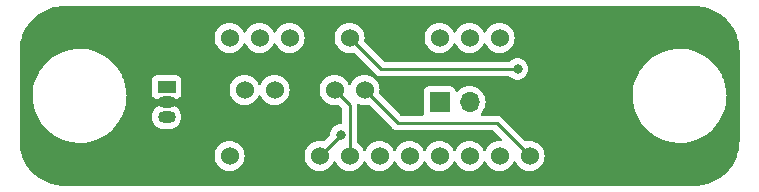
<source format=gbr>
%TF.GenerationSoftware,KiCad,Pcbnew,7.0.7*%
%TF.CreationDate,2024-03-26T15:52:03-05:00*%
%TF.ProjectId,RamanCCDBoard,52616d61-6e43-4434-9442-6f6172642e6b,rev?*%
%TF.SameCoordinates,Original*%
%TF.FileFunction,Copper,L1,Top*%
%TF.FilePolarity,Positive*%
%FSLAX46Y46*%
G04 Gerber Fmt 4.6, Leading zero omitted, Abs format (unit mm)*
G04 Created by KiCad (PCBNEW 7.0.7) date 2024-03-26 15:52:03*
%MOMM*%
%LPD*%
G01*
G04 APERTURE LIST*
%TA.AperFunction,ComponentPad*%
%ADD10C,1.524000*%
%TD*%
%TA.AperFunction,ComponentPad*%
%ADD11R,1.500000X1.050000*%
%TD*%
%TA.AperFunction,ComponentPad*%
%ADD12O,1.500000X1.050000*%
%TD*%
%TA.AperFunction,ComponentPad*%
%ADD13R,1.700000X1.700000*%
%TD*%
%TA.AperFunction,ComponentPad*%
%ADD14O,1.700000X1.700000*%
%TD*%
%TA.AperFunction,ViaPad*%
%ADD15C,0.800000*%
%TD*%
%TA.AperFunction,Conductor*%
%ADD16C,0.254000*%
%TD*%
%TA.AperFunction,Conductor*%
%ADD17C,0.250000*%
%TD*%
G04 APERTURE END LIST*
D10*
%TO.P,U1,1,Vout*%
%TO.N,BJT_Input*%
X55626000Y-32004000D03*
%TO.P,U1,2,GND*%
%TO.N,GND*%
X58166000Y-32004000D03*
%TO.P,U1,3,GND*%
X60706000Y-32004000D03*
%TO.P,U1,4,SHSW*%
%TO.N,SHSW*%
X63246000Y-32004000D03*
%TO.P,U1,5,\u00F8CLK*%
%TO.N,\u00F8CLK*%
X65786000Y-32004000D03*
%TO.P,U1,6,VDD*%
%TO.N,+5V*%
X68326000Y-32004000D03*
%TO.P,U1,7,NC*%
%TO.N,unconnected-(U1-NC-Pad7)*%
X70866000Y-32004000D03*
%TO.P,U1,8,NC*%
%TO.N,unconnected-(U1-NC-Pad8)*%
X73406000Y-32004000D03*
%TO.P,U1,9,VDD*%
%TO.N,+5V*%
X75946000Y-32004000D03*
%TO.P,U1,10,NC*%
%TO.N,unconnected-(U1-NC-Pad10)*%
X78486000Y-32004000D03*
%TO.P,U1,11,\u00F8ROG*%
%TO.N,\u00F8ROG*%
X81026000Y-32004000D03*
%TO.P,U1,12,GND*%
%TO.N,GND*%
X81026000Y-22004000D03*
%TO.P,U1,13,NC*%
%TO.N,unconnected-(U1-NC-Pad13)*%
X78486000Y-22004000D03*
%TO.P,U1,14,NC*%
%TO.N,unconnected-(U1-NC-Pad14)*%
X75946000Y-22004000D03*
%TO.P,U1,15,VDD*%
%TO.N,+5V*%
X73406000Y-22004000D03*
%TO.P,U1,16,GND*%
%TO.N,GND*%
X70866000Y-22004000D03*
%TO.P,U1,17,GND*%
X68326000Y-22004000D03*
%TO.P,U1,18,VGG*%
%TO.N,Net-(U1-VGG)*%
X65786000Y-22004000D03*
%TO.P,U1,19,GND*%
%TO.N,GND*%
X63246000Y-22004000D03*
%TO.P,U1,20,VDD*%
%TO.N,+5V*%
X60706000Y-22004000D03*
%TO.P,U1,21,VDD*%
X58166000Y-22004000D03*
%TO.P,U1,22,VDD*%
X55626000Y-22004000D03*
%TD*%
D11*
%TO.P,Q2,1,E*%
%TO.N,Vout*%
X50292000Y-26162000D03*
D12*
%TO.P,Q2,2,C*%
%TO.N,GND*%
X50292000Y-27432000D03*
%TO.P,Q2,3,B*%
%TO.N,BJT_Input*%
X50292000Y-28702000D03*
%TD*%
D10*
%TO.P,Conn1,1*%
%TO.N,Vout*%
X56896000Y-26416000D03*
%TO.P,Conn1,2*%
%TO.N,+5V*%
X59436000Y-26416000D03*
%TO.P,Conn1,3*%
%TO.N,GND*%
X61976000Y-26416000D03*
%TO.P,Conn1,4*%
%TO.N,\u00F8CLK*%
X64516000Y-26416000D03*
%TO.P,Conn1,5*%
%TO.N,\u00F8ROG*%
X67056000Y-26416000D03*
%TD*%
D13*
%TO.P,J1,1,Pin_1*%
%TO.N,+5V*%
X73406000Y-27432000D03*
D14*
%TO.P,J1,2,Pin_2*%
%TO.N,SHSW*%
X75946000Y-27432000D03*
%TO.P,J1,3,Pin_3*%
%TO.N,GND*%
X78486000Y-27432000D03*
%TD*%
D15*
%TO.N,GND*%
X67564000Y-28448000D03*
%TO.N,Net-(U1-VGG)*%
X80010000Y-24638000D03*
%TO.N,SHSW*%
X65024000Y-30226000D03*
%TD*%
D16*
%TO.N,Net-(U1-VGG)*%
X68420000Y-24638000D02*
X65786000Y-22004000D01*
X80010000Y-24638000D02*
X68420000Y-24638000D01*
%TO.N,SHSW*%
X65024000Y-30226000D02*
X63246000Y-32004000D01*
D17*
%TO.N,\u00F8CLK*%
X64516000Y-26416000D02*
X65786000Y-27686000D01*
X65786000Y-27686000D02*
X65786000Y-32004000D01*
D16*
%TO.N,\u00F8ROG*%
X78232000Y-29210000D02*
X69850000Y-29210000D01*
X81026000Y-32004000D02*
X78232000Y-29210000D01*
D17*
X67056000Y-26416000D02*
X69850000Y-29210000D01*
%TD*%
%TA.AperFunction,Conductor*%
%TO.N,GND*%
G36*
X66588824Y-27591167D02*
G01*
X66591530Y-27592429D01*
X66622543Y-27606891D01*
X66622545Y-27606891D01*
X66622550Y-27606894D01*
X66835932Y-27664070D01*
X66978011Y-27676500D01*
X67055998Y-27683323D01*
X67056000Y-27683323D01*
X67056002Y-27683323D01*
X67111017Y-27678509D01*
X67276068Y-27664070D01*
X67320022Y-27652292D01*
X67389870Y-27653955D01*
X67439796Y-27684386D01*
X69342709Y-29587299D01*
X69359722Y-29608533D01*
X69362660Y-29613162D01*
X69478233Y-29721693D01*
X69507075Y-29737549D01*
X69523330Y-29748226D01*
X69529064Y-29752674D01*
X69552336Y-29762744D01*
X69557573Y-29765311D01*
X69617166Y-29798072D01*
X69649053Y-29806259D01*
X69667458Y-29812561D01*
X69674105Y-29815438D01*
X69699132Y-29819401D01*
X69704860Y-29820587D01*
X69770728Y-29837500D01*
X69803644Y-29837500D01*
X69823039Y-29839026D01*
X69830196Y-29840160D01*
X69855425Y-29837775D01*
X69861264Y-29837500D01*
X77920719Y-29837500D01*
X77987758Y-29857185D01*
X78008400Y-29873819D01*
X78667293Y-30532712D01*
X78700778Y-30594035D01*
X78695794Y-30663727D01*
X78653922Y-30719660D01*
X78588458Y-30744077D01*
X78568805Y-30743921D01*
X78486002Y-30736677D01*
X78485998Y-30736677D01*
X78265937Y-30755929D01*
X78265929Y-30755930D01*
X78052554Y-30813104D01*
X78052548Y-30813107D01*
X77852340Y-30906465D01*
X77852338Y-30906466D01*
X77671377Y-31033175D01*
X77515175Y-31189377D01*
X77388466Y-31370338D01*
X77388465Y-31370340D01*
X77328382Y-31499189D01*
X77282209Y-31551628D01*
X77215016Y-31570780D01*
X77148135Y-31550564D01*
X77103618Y-31499189D01*
X77043534Y-31370340D01*
X77043533Y-31370338D01*
X76992488Y-31297438D01*
X76916826Y-31189380D01*
X76760620Y-31033174D01*
X76760616Y-31033171D01*
X76760615Y-31033170D01*
X76579666Y-30906468D01*
X76579662Y-30906466D01*
X76529763Y-30883198D01*
X76379450Y-30813106D01*
X76379447Y-30813105D01*
X76379445Y-30813104D01*
X76166070Y-30755930D01*
X76166062Y-30755929D01*
X75946002Y-30736677D01*
X75945998Y-30736677D01*
X75725937Y-30755929D01*
X75725929Y-30755930D01*
X75512554Y-30813104D01*
X75512548Y-30813107D01*
X75312340Y-30906465D01*
X75312338Y-30906466D01*
X75131377Y-31033175D01*
X74975175Y-31189377D01*
X74848466Y-31370338D01*
X74848465Y-31370340D01*
X74788382Y-31499189D01*
X74742209Y-31551628D01*
X74675016Y-31570780D01*
X74608135Y-31550564D01*
X74563618Y-31499189D01*
X74503534Y-31370340D01*
X74503533Y-31370338D01*
X74452488Y-31297438D01*
X74376826Y-31189380D01*
X74220620Y-31033174D01*
X74220616Y-31033171D01*
X74220615Y-31033170D01*
X74039666Y-30906468D01*
X74039662Y-30906466D01*
X73989763Y-30883198D01*
X73839450Y-30813106D01*
X73839447Y-30813105D01*
X73839445Y-30813104D01*
X73626070Y-30755930D01*
X73626062Y-30755929D01*
X73406002Y-30736677D01*
X73405998Y-30736677D01*
X73185937Y-30755929D01*
X73185929Y-30755930D01*
X72972554Y-30813104D01*
X72972548Y-30813107D01*
X72772340Y-30906465D01*
X72772338Y-30906466D01*
X72591377Y-31033175D01*
X72435175Y-31189377D01*
X72308466Y-31370338D01*
X72308465Y-31370340D01*
X72248382Y-31499189D01*
X72202209Y-31551628D01*
X72135016Y-31570780D01*
X72068135Y-31550564D01*
X72023618Y-31499189D01*
X71963534Y-31370340D01*
X71963533Y-31370338D01*
X71912488Y-31297438D01*
X71836826Y-31189380D01*
X71680620Y-31033174D01*
X71680616Y-31033171D01*
X71680615Y-31033170D01*
X71499666Y-30906468D01*
X71499662Y-30906466D01*
X71449763Y-30883198D01*
X71299450Y-30813106D01*
X71299447Y-30813105D01*
X71299445Y-30813104D01*
X71086070Y-30755930D01*
X71086062Y-30755929D01*
X70866002Y-30736677D01*
X70865998Y-30736677D01*
X70645937Y-30755929D01*
X70645929Y-30755930D01*
X70432554Y-30813104D01*
X70432548Y-30813107D01*
X70232340Y-30906465D01*
X70232338Y-30906466D01*
X70051377Y-31033175D01*
X69895175Y-31189377D01*
X69768466Y-31370338D01*
X69768465Y-31370340D01*
X69708382Y-31499189D01*
X69662209Y-31551628D01*
X69595016Y-31570780D01*
X69528135Y-31550564D01*
X69483618Y-31499189D01*
X69423534Y-31370340D01*
X69423533Y-31370338D01*
X69372488Y-31297438D01*
X69296826Y-31189380D01*
X69140620Y-31033174D01*
X69140616Y-31033171D01*
X69140615Y-31033170D01*
X68959666Y-30906468D01*
X68959662Y-30906466D01*
X68909763Y-30883198D01*
X68759450Y-30813106D01*
X68759447Y-30813105D01*
X68759445Y-30813104D01*
X68546070Y-30755930D01*
X68546062Y-30755929D01*
X68326002Y-30736677D01*
X68325998Y-30736677D01*
X68105937Y-30755929D01*
X68105929Y-30755930D01*
X67892554Y-30813104D01*
X67892548Y-30813107D01*
X67692340Y-30906465D01*
X67692338Y-30906466D01*
X67511377Y-31033175D01*
X67355175Y-31189377D01*
X67228466Y-31370338D01*
X67228465Y-31370340D01*
X67168382Y-31499189D01*
X67122209Y-31551628D01*
X67055016Y-31570780D01*
X66988135Y-31550564D01*
X66943618Y-31499189D01*
X66883534Y-31370340D01*
X66883533Y-31370338D01*
X66832488Y-31297438D01*
X66756826Y-31189380D01*
X66600620Y-31033174D01*
X66464376Y-30937775D01*
X66420752Y-30883198D01*
X66411500Y-30836200D01*
X66411500Y-27768737D01*
X66413224Y-27753123D01*
X66412938Y-27753096D01*
X66413671Y-27745335D01*
X66413672Y-27745332D01*
X66412481Y-27707442D01*
X66430050Y-27639820D01*
X66481390Y-27592429D01*
X66550202Y-27580317D01*
X66588824Y-27591167D01*
G37*
%TD.AperFunction*%
%TA.AperFunction,Conductor*%
G36*
X94944139Y-19304501D02*
G01*
X94994470Y-19304501D01*
X94997512Y-19304576D01*
X95087439Y-19308993D01*
X95148505Y-19311993D01*
X95374018Y-19323811D01*
X95379836Y-19324393D01*
X95559435Y-19351034D01*
X95756128Y-19382187D01*
X95761436Y-19383269D01*
X95942900Y-19428724D01*
X96084614Y-19466697D01*
X96130274Y-19478932D01*
X96135116Y-19480444D01*
X96135122Y-19480446D01*
X96313454Y-19544254D01*
X96492735Y-19613074D01*
X96497000Y-19614899D01*
X96497011Y-19614904D01*
X96669387Y-19696432D01*
X96839704Y-19783213D01*
X96843404Y-19785261D01*
X96937542Y-19841685D01*
X97007693Y-19883732D01*
X97167633Y-19987598D01*
X97170799Y-19989797D01*
X97325089Y-20104226D01*
X97325103Y-20104237D01*
X97473227Y-20224185D01*
X97475832Y-20226418D01*
X97617294Y-20354631D01*
X97619498Y-20356730D01*
X97753268Y-20490500D01*
X97755367Y-20492704D01*
X97883580Y-20634166D01*
X97885819Y-20636778D01*
X97915438Y-20673355D01*
X98005773Y-20784910D01*
X98120201Y-20939199D01*
X98122400Y-20942365D01*
X98226267Y-21102306D01*
X98324728Y-21266578D01*
X98326792Y-21270306D01*
X98413566Y-21440610D01*
X98495096Y-21612991D01*
X98496932Y-21617282D01*
X98565755Y-21796572D01*
X98629554Y-21974882D01*
X98631066Y-21979724D01*
X98681282Y-22167126D01*
X98726722Y-22348532D01*
X98727817Y-22353900D01*
X98758965Y-22550561D01*
X98785602Y-22730141D01*
X98786188Y-22735996D01*
X98798007Y-22961511D01*
X98805424Y-23112488D01*
X98805499Y-23115531D01*
X98805499Y-30732468D01*
X98805424Y-30735511D01*
X98798007Y-30886488D01*
X98786188Y-31112002D01*
X98785602Y-31117857D01*
X98758965Y-31297438D01*
X98727817Y-31494098D01*
X98726722Y-31499466D01*
X98681282Y-31680873D01*
X98631066Y-31868274D01*
X98629554Y-31873116D01*
X98565755Y-32051427D01*
X98496931Y-32230716D01*
X98495096Y-32235006D01*
X98413566Y-32407389D01*
X98326791Y-32577692D01*
X98324728Y-32581420D01*
X98226267Y-32745693D01*
X98122400Y-32905633D01*
X98120201Y-32908799D01*
X98005773Y-33063089D01*
X97885825Y-33211213D01*
X97883580Y-33213832D01*
X97755367Y-33355294D01*
X97753268Y-33357498D01*
X97619498Y-33491268D01*
X97617294Y-33493367D01*
X97475832Y-33621580D01*
X97473213Y-33623825D01*
X97325089Y-33743773D01*
X97170799Y-33858201D01*
X97167633Y-33860400D01*
X97007693Y-33964267D01*
X96843420Y-34062728D01*
X96839692Y-34064791D01*
X96669389Y-34151566D01*
X96497006Y-34233096D01*
X96492716Y-34234931D01*
X96313427Y-34303755D01*
X96135116Y-34367554D01*
X96130274Y-34369066D01*
X95942873Y-34419282D01*
X95761466Y-34464722D01*
X95756098Y-34465817D01*
X95559438Y-34496965D01*
X95379857Y-34523602D01*
X95374002Y-34524188D01*
X95148488Y-34536007D01*
X94997512Y-34543424D01*
X94994469Y-34543499D01*
X41657531Y-34543499D01*
X41654488Y-34543424D01*
X41503511Y-34536007D01*
X41277996Y-34524188D01*
X41272141Y-34523602D01*
X41092561Y-34496965D01*
X40895900Y-34465817D01*
X40890532Y-34464722D01*
X40709126Y-34419282D01*
X40521724Y-34369066D01*
X40516882Y-34367554D01*
X40338572Y-34303755D01*
X40159282Y-34234932D01*
X40154991Y-34233096D01*
X39982610Y-34151566D01*
X39812306Y-34064792D01*
X39808578Y-34062728D01*
X39644306Y-33964267D01*
X39484365Y-33860400D01*
X39481199Y-33858201D01*
X39326910Y-33743773D01*
X39178785Y-33623825D01*
X39176166Y-33621580D01*
X39034704Y-33493367D01*
X39032500Y-33491268D01*
X38898730Y-33357498D01*
X38896631Y-33355294D01*
X38768418Y-33213832D01*
X38766185Y-33211227D01*
X38677355Y-33101531D01*
X38646226Y-33063089D01*
X38531797Y-32908799D01*
X38529598Y-32905633D01*
X38425732Y-32745693D01*
X38410413Y-32720135D01*
X38327261Y-32581404D01*
X38325213Y-32577704D01*
X38238433Y-32407389D01*
X38156902Y-32235007D01*
X38155074Y-32230735D01*
X38086244Y-32051427D01*
X38069275Y-32004002D01*
X54358677Y-32004002D01*
X54377929Y-32224062D01*
X54377930Y-32224070D01*
X54435104Y-32437445D01*
X54435105Y-32437447D01*
X54435106Y-32437450D01*
X54500502Y-32577692D01*
X54528466Y-32637662D01*
X54528468Y-32637666D01*
X54655170Y-32818615D01*
X54655175Y-32818621D01*
X54811378Y-32974824D01*
X54811384Y-32974829D01*
X54992333Y-33101531D01*
X54992335Y-33101532D01*
X54992338Y-33101534D01*
X55192550Y-33194894D01*
X55405932Y-33252070D01*
X55563123Y-33265822D01*
X55625998Y-33271323D01*
X55626000Y-33271323D01*
X55626002Y-33271323D01*
X55681016Y-33266509D01*
X55846068Y-33252070D01*
X56059450Y-33194894D01*
X56259662Y-33101534D01*
X56440620Y-32974826D01*
X56596826Y-32818620D01*
X56723534Y-32637662D01*
X56816894Y-32437450D01*
X56874070Y-32224068D01*
X56889175Y-32051415D01*
X56893323Y-32004002D01*
X61978677Y-32004002D01*
X61997929Y-32224062D01*
X61997930Y-32224070D01*
X62055104Y-32437445D01*
X62055105Y-32437447D01*
X62055106Y-32437450D01*
X62120502Y-32577692D01*
X62148466Y-32637662D01*
X62148468Y-32637666D01*
X62275170Y-32818615D01*
X62275175Y-32818621D01*
X62431378Y-32974824D01*
X62431384Y-32974829D01*
X62612333Y-33101531D01*
X62612335Y-33101532D01*
X62612338Y-33101534D01*
X62812550Y-33194894D01*
X63025932Y-33252070D01*
X63183123Y-33265822D01*
X63245998Y-33271323D01*
X63246000Y-33271323D01*
X63246002Y-33271323D01*
X63301016Y-33266509D01*
X63466068Y-33252070D01*
X63679450Y-33194894D01*
X63879662Y-33101534D01*
X64060620Y-32974826D01*
X64216826Y-32818620D01*
X64343534Y-32637662D01*
X64403617Y-32508811D01*
X64449790Y-32456371D01*
X64516983Y-32437219D01*
X64583865Y-32457435D01*
X64628382Y-32508811D01*
X64688464Y-32637658D01*
X64688468Y-32637666D01*
X64815170Y-32818615D01*
X64815175Y-32818621D01*
X64971378Y-32974824D01*
X64971384Y-32974829D01*
X65152333Y-33101531D01*
X65152335Y-33101532D01*
X65152338Y-33101534D01*
X65352550Y-33194894D01*
X65565932Y-33252070D01*
X65723123Y-33265822D01*
X65785998Y-33271323D01*
X65786000Y-33271323D01*
X65786002Y-33271323D01*
X65841016Y-33266509D01*
X66006068Y-33252070D01*
X66219450Y-33194894D01*
X66419662Y-33101534D01*
X66600620Y-32974826D01*
X66756826Y-32818620D01*
X66883534Y-32637662D01*
X66943617Y-32508811D01*
X66989790Y-32456371D01*
X67056983Y-32437219D01*
X67123865Y-32457435D01*
X67168382Y-32508811D01*
X67228464Y-32637658D01*
X67228468Y-32637666D01*
X67355170Y-32818615D01*
X67355175Y-32818621D01*
X67511378Y-32974824D01*
X67511384Y-32974829D01*
X67692333Y-33101531D01*
X67692335Y-33101532D01*
X67692338Y-33101534D01*
X67892550Y-33194894D01*
X68105932Y-33252070D01*
X68263123Y-33265822D01*
X68325998Y-33271323D01*
X68326000Y-33271323D01*
X68326002Y-33271323D01*
X68381016Y-33266509D01*
X68546068Y-33252070D01*
X68759450Y-33194894D01*
X68959662Y-33101534D01*
X69140620Y-32974826D01*
X69296826Y-32818620D01*
X69423534Y-32637662D01*
X69483617Y-32508811D01*
X69529790Y-32456371D01*
X69596983Y-32437219D01*
X69663865Y-32457435D01*
X69708382Y-32508811D01*
X69768464Y-32637658D01*
X69768468Y-32637666D01*
X69895170Y-32818615D01*
X69895175Y-32818621D01*
X70051378Y-32974824D01*
X70051384Y-32974829D01*
X70232333Y-33101531D01*
X70232335Y-33101532D01*
X70232338Y-33101534D01*
X70432550Y-33194894D01*
X70645932Y-33252070D01*
X70803123Y-33265822D01*
X70865998Y-33271323D01*
X70866000Y-33271323D01*
X70866002Y-33271323D01*
X70921016Y-33266509D01*
X71086068Y-33252070D01*
X71299450Y-33194894D01*
X71499662Y-33101534D01*
X71680620Y-32974826D01*
X71836826Y-32818620D01*
X71963534Y-32637662D01*
X72023617Y-32508811D01*
X72069790Y-32456371D01*
X72136983Y-32437219D01*
X72203865Y-32457435D01*
X72248382Y-32508811D01*
X72308464Y-32637658D01*
X72308468Y-32637666D01*
X72435170Y-32818615D01*
X72435175Y-32818621D01*
X72591378Y-32974824D01*
X72591384Y-32974829D01*
X72772333Y-33101531D01*
X72772335Y-33101532D01*
X72772338Y-33101534D01*
X72972550Y-33194894D01*
X73185932Y-33252070D01*
X73343123Y-33265822D01*
X73405998Y-33271323D01*
X73406000Y-33271323D01*
X73406002Y-33271323D01*
X73461016Y-33266509D01*
X73626068Y-33252070D01*
X73839450Y-33194894D01*
X74039662Y-33101534D01*
X74220620Y-32974826D01*
X74376826Y-32818620D01*
X74503534Y-32637662D01*
X74563617Y-32508811D01*
X74609790Y-32456371D01*
X74676983Y-32437219D01*
X74743865Y-32457435D01*
X74788382Y-32508811D01*
X74848464Y-32637658D01*
X74848468Y-32637666D01*
X74975170Y-32818615D01*
X74975175Y-32818621D01*
X75131378Y-32974824D01*
X75131384Y-32974829D01*
X75312333Y-33101531D01*
X75312335Y-33101532D01*
X75312338Y-33101534D01*
X75512550Y-33194894D01*
X75725932Y-33252070D01*
X75883123Y-33265822D01*
X75945998Y-33271323D01*
X75946000Y-33271323D01*
X75946002Y-33271323D01*
X76001016Y-33266509D01*
X76166068Y-33252070D01*
X76379450Y-33194894D01*
X76579662Y-33101534D01*
X76760620Y-32974826D01*
X76916826Y-32818620D01*
X77043534Y-32637662D01*
X77103617Y-32508811D01*
X77149790Y-32456371D01*
X77216983Y-32437219D01*
X77283865Y-32457435D01*
X77328382Y-32508811D01*
X77388464Y-32637658D01*
X77388468Y-32637666D01*
X77515170Y-32818615D01*
X77515175Y-32818621D01*
X77671378Y-32974824D01*
X77671384Y-32974829D01*
X77852333Y-33101531D01*
X77852335Y-33101532D01*
X77852338Y-33101534D01*
X78052550Y-33194894D01*
X78265932Y-33252070D01*
X78423123Y-33265822D01*
X78485998Y-33271323D01*
X78486000Y-33271323D01*
X78486002Y-33271323D01*
X78541016Y-33266509D01*
X78706068Y-33252070D01*
X78919450Y-33194894D01*
X79119662Y-33101534D01*
X79300620Y-32974826D01*
X79456826Y-32818620D01*
X79583534Y-32637662D01*
X79643617Y-32508811D01*
X79689790Y-32456371D01*
X79756983Y-32437219D01*
X79823865Y-32457435D01*
X79868382Y-32508811D01*
X79928464Y-32637658D01*
X79928468Y-32637666D01*
X80055170Y-32818615D01*
X80055175Y-32818621D01*
X80211378Y-32974824D01*
X80211384Y-32974829D01*
X80392333Y-33101531D01*
X80392335Y-33101532D01*
X80392338Y-33101534D01*
X80592550Y-33194894D01*
X80805932Y-33252070D01*
X80963123Y-33265822D01*
X81025998Y-33271323D01*
X81026000Y-33271323D01*
X81026002Y-33271323D01*
X81081016Y-33266509D01*
X81246068Y-33252070D01*
X81459450Y-33194894D01*
X81659662Y-33101534D01*
X81840620Y-32974826D01*
X81996826Y-32818620D01*
X82123534Y-32637662D01*
X82216894Y-32437450D01*
X82274070Y-32224068D01*
X82289175Y-32051415D01*
X82293323Y-32004002D01*
X82293323Y-32003997D01*
X82274070Y-31783937D01*
X82274070Y-31783932D01*
X82216894Y-31570550D01*
X82123534Y-31370339D01*
X81996826Y-31189380D01*
X81840620Y-31033174D01*
X81840616Y-31033171D01*
X81840615Y-31033170D01*
X81659666Y-30906468D01*
X81659662Y-30906466D01*
X81609763Y-30883198D01*
X81459450Y-30813106D01*
X81459447Y-30813105D01*
X81459445Y-30813104D01*
X81246070Y-30755930D01*
X81246062Y-30755929D01*
X81026002Y-30736677D01*
X81025998Y-30736677D01*
X80805938Y-30755929D01*
X80805933Y-30755929D01*
X80805932Y-30755930D01*
X80805929Y-30755930D01*
X80805928Y-30755931D01*
X80764205Y-30767110D01*
X80694356Y-30765445D01*
X80644434Y-30735015D01*
X78734376Y-28824957D01*
X78724531Y-28812668D01*
X78724313Y-28812849D01*
X78719340Y-28806838D01*
X78719340Y-28806837D01*
X78668741Y-28759322D01*
X78658268Y-28748849D01*
X78647797Y-28738377D01*
X78642296Y-28734111D01*
X78637848Y-28730312D01*
X78616273Y-28710051D01*
X78603767Y-28698307D01*
X78603766Y-28698306D01*
X78603763Y-28698304D01*
X78586122Y-28688606D01*
X78569857Y-28677922D01*
X78553963Y-28665593D01*
X78553962Y-28665592D01*
X78538804Y-28659032D01*
X78511054Y-28647023D01*
X78505807Y-28644453D01*
X78464837Y-28621929D01*
X78464828Y-28621926D01*
X78445334Y-28616920D01*
X78426933Y-28610620D01*
X78408459Y-28602626D01*
X78408452Y-28602624D01*
X78362287Y-28595313D01*
X78356563Y-28594128D01*
X78311279Y-28582500D01*
X78311272Y-28582500D01*
X78291142Y-28582500D01*
X78271743Y-28580973D01*
X78251868Y-28577825D01*
X78251867Y-28577825D01*
X78205321Y-28582225D01*
X78199483Y-28582500D01*
X77004758Y-28582500D01*
X76937719Y-28562815D01*
X76891964Y-28510011D01*
X76882020Y-28440853D01*
X76911045Y-28377297D01*
X76917077Y-28370819D01*
X76917076Y-28370818D01*
X76984495Y-28303401D01*
X77120035Y-28109830D01*
X77219903Y-27895663D01*
X77281063Y-27667408D01*
X77301659Y-27432000D01*
X77300497Y-27418724D01*
X77284040Y-27230620D01*
X77281063Y-27196592D01*
X77234600Y-27023187D01*
X89748590Y-27023187D01*
X89778230Y-27418711D01*
X89778231Y-27418724D01*
X89847108Y-27809339D01*
X89954530Y-28191137D01*
X89954534Y-28191151D01*
X90099435Y-28560353D01*
X90099440Y-28560365D01*
X90280386Y-28913314D01*
X90280391Y-28913323D01*
X90495586Y-29246509D01*
X90740093Y-29553112D01*
X90742895Y-29556625D01*
X91019823Y-29840544D01*
X91019833Y-29840554D01*
X91323676Y-30095508D01*
X91651394Y-30318942D01*
X91999730Y-30508636D01*
X92365223Y-30662704D01*
X92365232Y-30662706D01*
X92365238Y-30662709D01*
X92744235Y-30779614D01*
X92744248Y-30779617D01*
X93031948Y-30837777D01*
X93133014Y-30858208D01*
X93471299Y-30892058D01*
X93527680Y-30897700D01*
X93527681Y-30897700D01*
X93825103Y-30897700D01*
X94052197Y-30886366D01*
X94122145Y-30882875D01*
X94514353Y-30823759D01*
X94898726Y-30725886D01*
X95271445Y-30590228D01*
X95628803Y-30418133D01*
X95967251Y-30211312D01*
X96283424Y-29971820D01*
X96574181Y-29702037D01*
X96836631Y-29404645D01*
X97068166Y-29082600D01*
X97266485Y-28739101D01*
X97429617Y-28377563D01*
X97555941Y-28001578D01*
X97644201Y-27614885D01*
X97693521Y-27221325D01*
X97697929Y-27044546D01*
X97703409Y-26824826D01*
X97703409Y-26824810D01*
X97696670Y-26734883D01*
X97673769Y-26429280D01*
X97604893Y-26038668D01*
X97497467Y-25656854D01*
X97475695Y-25601381D01*
X97352564Y-25287646D01*
X97352559Y-25287634D01*
X97292290Y-25170075D01*
X97171609Y-24934677D01*
X96956414Y-24601491D01*
X96709114Y-24291386D01*
X96709111Y-24291383D01*
X96709104Y-24291374D01*
X96432176Y-24007455D01*
X96432173Y-24007452D01*
X96432172Y-24007451D01*
X96432167Y-24007446D01*
X96128324Y-23752492D01*
X96055613Y-23702918D01*
X95800605Y-23529057D01*
X95684493Y-23465826D01*
X95452270Y-23339364D01*
X95452262Y-23339360D01*
X95452259Y-23339359D01*
X95086777Y-23185296D01*
X95086761Y-23185290D01*
X94707764Y-23068385D01*
X94707751Y-23068382D01*
X94319000Y-22989794D01*
X94318979Y-22989791D01*
X93924320Y-22950300D01*
X93924319Y-22950300D01*
X93626899Y-22950300D01*
X93626897Y-22950300D01*
X93329855Y-22965124D01*
X92937647Y-23024241D01*
X92553272Y-23122114D01*
X92180549Y-23257774D01*
X91823191Y-23429869D01*
X91484753Y-23636684D01*
X91484742Y-23636692D01*
X91168575Y-23876180D01*
X91168572Y-23876182D01*
X90877813Y-24145968D01*
X90615365Y-24443359D01*
X90383839Y-24765393D01*
X90383826Y-24765413D01*
X90185516Y-25108896D01*
X90022382Y-25470437D01*
X89896059Y-25846419D01*
X89807799Y-26233111D01*
X89758478Y-26626681D01*
X89748590Y-27023173D01*
X89748590Y-27023187D01*
X77234600Y-27023187D01*
X77219903Y-26968337D01*
X77120035Y-26754171D01*
X77109043Y-26738472D01*
X76984494Y-26560597D01*
X76817402Y-26393506D01*
X76817395Y-26393501D01*
X76623834Y-26257967D01*
X76623830Y-26257965D01*
X76570539Y-26233115D01*
X76409663Y-26158097D01*
X76409659Y-26158096D01*
X76409655Y-26158094D01*
X76181413Y-26096938D01*
X76181403Y-26096936D01*
X75946001Y-26076341D01*
X75945999Y-26076341D01*
X75710596Y-26096936D01*
X75710586Y-26096938D01*
X75482344Y-26158094D01*
X75482335Y-26158098D01*
X75268171Y-26257964D01*
X75268169Y-26257965D01*
X75074600Y-26393503D01*
X74952673Y-26515430D01*
X74891350Y-26548914D01*
X74821658Y-26543930D01*
X74765725Y-26502058D01*
X74748810Y-26471081D01*
X74699797Y-26339671D01*
X74699793Y-26339664D01*
X74613547Y-26224455D01*
X74613544Y-26224452D01*
X74498335Y-26138206D01*
X74498328Y-26138202D01*
X74363482Y-26087908D01*
X74363483Y-26087908D01*
X74303883Y-26081501D01*
X74303881Y-26081500D01*
X74303873Y-26081500D01*
X74303864Y-26081500D01*
X72508129Y-26081500D01*
X72508123Y-26081501D01*
X72448516Y-26087908D01*
X72313671Y-26138202D01*
X72313664Y-26138206D01*
X72198455Y-26224452D01*
X72198452Y-26224455D01*
X72112206Y-26339664D01*
X72112202Y-26339671D01*
X72061908Y-26474517D01*
X72055501Y-26534116D01*
X72055500Y-26534135D01*
X72055500Y-28329870D01*
X72055501Y-28329876D01*
X72061909Y-28389484D01*
X72071488Y-28415168D01*
X72076472Y-28484860D01*
X72042986Y-28546182D01*
X71981663Y-28579667D01*
X71955306Y-28582500D01*
X70158452Y-28582500D01*
X70091413Y-28562815D01*
X70070771Y-28546181D01*
X68324386Y-26799795D01*
X68290901Y-26738472D01*
X68292293Y-26680018D01*
X68304069Y-26636072D01*
X68304069Y-26636070D01*
X68304070Y-26636068D01*
X68320654Y-26446502D01*
X68323323Y-26416002D01*
X68323323Y-26415997D01*
X68307323Y-26233115D01*
X68304070Y-26195932D01*
X68246894Y-25982550D01*
X68153534Y-25782339D01*
X68026826Y-25601380D01*
X67870620Y-25445174D01*
X67870616Y-25445171D01*
X67870615Y-25445170D01*
X67689666Y-25318468D01*
X67689662Y-25318466D01*
X67689661Y-25318465D01*
X67489450Y-25225106D01*
X67489447Y-25225105D01*
X67489445Y-25225104D01*
X67276070Y-25167930D01*
X67276062Y-25167929D01*
X67056002Y-25148677D01*
X67055998Y-25148677D01*
X66835937Y-25167929D01*
X66835929Y-25167930D01*
X66622554Y-25225104D01*
X66622550Y-25225106D01*
X66609745Y-25231077D01*
X66422340Y-25318465D01*
X66422338Y-25318466D01*
X66241377Y-25445175D01*
X66085175Y-25601377D01*
X65958466Y-25782338D01*
X65958465Y-25782340D01*
X65898382Y-25911189D01*
X65852209Y-25963628D01*
X65785016Y-25982780D01*
X65718135Y-25962564D01*
X65673618Y-25911189D01*
X65613534Y-25782340D01*
X65613533Y-25782338D01*
X65486827Y-25601381D01*
X65414962Y-25529516D01*
X65330620Y-25445174D01*
X65330616Y-25445171D01*
X65330615Y-25445170D01*
X65149666Y-25318468D01*
X65149662Y-25318466D01*
X65149661Y-25318465D01*
X64949450Y-25225106D01*
X64949447Y-25225105D01*
X64949445Y-25225104D01*
X64736070Y-25167930D01*
X64736062Y-25167929D01*
X64516002Y-25148677D01*
X64515998Y-25148677D01*
X64295937Y-25167929D01*
X64295929Y-25167930D01*
X64082554Y-25225104D01*
X64082550Y-25225106D01*
X64069745Y-25231077D01*
X63882340Y-25318465D01*
X63882338Y-25318466D01*
X63701377Y-25445175D01*
X63545175Y-25601377D01*
X63418466Y-25782338D01*
X63418465Y-25782340D01*
X63325107Y-25982548D01*
X63325104Y-25982554D01*
X63267930Y-26195929D01*
X63267929Y-26195937D01*
X63248677Y-26415997D01*
X63248677Y-26416002D01*
X63267929Y-26636062D01*
X63267930Y-26636070D01*
X63325104Y-26849445D01*
X63325105Y-26849447D01*
X63325106Y-26849450D01*
X63358382Y-26920811D01*
X63418466Y-27049662D01*
X63418468Y-27049666D01*
X63545170Y-27230615D01*
X63545175Y-27230621D01*
X63701378Y-27386824D01*
X63701384Y-27386829D01*
X63882333Y-27513531D01*
X63882335Y-27513532D01*
X63882338Y-27513534D01*
X64082550Y-27606894D01*
X64295932Y-27664070D01*
X64438011Y-27676500D01*
X64515998Y-27683323D01*
X64516000Y-27683323D01*
X64516002Y-27683323D01*
X64546502Y-27680654D01*
X64736068Y-27664070D01*
X64780019Y-27652293D01*
X64849868Y-27653954D01*
X64899795Y-27684386D01*
X65124181Y-27908771D01*
X65157666Y-27970094D01*
X65160500Y-27996452D01*
X65160500Y-29201500D01*
X65140815Y-29268539D01*
X65088011Y-29314294D01*
X65036500Y-29325500D01*
X64929354Y-29325500D01*
X64896897Y-29332398D01*
X64744197Y-29364855D01*
X64744192Y-29364857D01*
X64571270Y-29441848D01*
X64571265Y-29441851D01*
X64418129Y-29553111D01*
X64291466Y-29693785D01*
X64196821Y-29857715D01*
X64196818Y-29857722D01*
X64159747Y-29971817D01*
X64138326Y-30037744D01*
X64132255Y-30095508D01*
X64121011Y-30202489D01*
X64094426Y-30267103D01*
X64085371Y-30277208D01*
X63627564Y-30735015D01*
X63566241Y-30768500D01*
X63507791Y-30767109D01*
X63466073Y-30755931D01*
X63466070Y-30755930D01*
X63466068Y-30755930D01*
X63356033Y-30746303D01*
X63246002Y-30736677D01*
X63245998Y-30736677D01*
X63025937Y-30755929D01*
X63025929Y-30755930D01*
X62812554Y-30813104D01*
X62812548Y-30813107D01*
X62612340Y-30906465D01*
X62612338Y-30906466D01*
X62431377Y-31033175D01*
X62275175Y-31189377D01*
X62148466Y-31370338D01*
X62148465Y-31370340D01*
X62055107Y-31570548D01*
X62055104Y-31570554D01*
X61997930Y-31783929D01*
X61997929Y-31783937D01*
X61978677Y-32003997D01*
X61978677Y-32004002D01*
X56893323Y-32004002D01*
X56893323Y-32003997D01*
X56874070Y-31783937D01*
X56874070Y-31783932D01*
X56816894Y-31570550D01*
X56723534Y-31370339D01*
X56596826Y-31189380D01*
X56440620Y-31033174D01*
X56440616Y-31033171D01*
X56440615Y-31033170D01*
X56259666Y-30906468D01*
X56259662Y-30906466D01*
X56209763Y-30883198D01*
X56059450Y-30813106D01*
X56059447Y-30813105D01*
X56059445Y-30813104D01*
X55846070Y-30755930D01*
X55846062Y-30755929D01*
X55626002Y-30736677D01*
X55625998Y-30736677D01*
X55405937Y-30755929D01*
X55405929Y-30755930D01*
X55192554Y-30813104D01*
X55192548Y-30813107D01*
X54992340Y-30906465D01*
X54992338Y-30906466D01*
X54811377Y-31033175D01*
X54655175Y-31189377D01*
X54528466Y-31370338D01*
X54528465Y-31370340D01*
X54435107Y-31570548D01*
X54435104Y-31570554D01*
X54377930Y-31783929D01*
X54377929Y-31783937D01*
X54358677Y-32003997D01*
X54358677Y-32004002D01*
X38069275Y-32004002D01*
X38022444Y-31873116D01*
X38020932Y-31868274D01*
X38008697Y-31822614D01*
X37970724Y-31680900D01*
X37925269Y-31499436D01*
X37924187Y-31494128D01*
X37893034Y-31297435D01*
X37866393Y-31117836D01*
X37865811Y-31112018D01*
X37853986Y-30886366D01*
X37853830Y-30883198D01*
X37846574Y-30735497D01*
X37846500Y-30732510D01*
X37846500Y-27023187D01*
X38948590Y-27023187D01*
X38978230Y-27418711D01*
X38978231Y-27418724D01*
X39047108Y-27809339D01*
X39154530Y-28191137D01*
X39154534Y-28191151D01*
X39299435Y-28560353D01*
X39299440Y-28560365D01*
X39480386Y-28913314D01*
X39480391Y-28913323D01*
X39695586Y-29246509D01*
X39940093Y-29553112D01*
X39942895Y-29556625D01*
X40219823Y-29840544D01*
X40219833Y-29840554D01*
X40523676Y-30095508D01*
X40851394Y-30318942D01*
X41199730Y-30508636D01*
X41565223Y-30662704D01*
X41565232Y-30662706D01*
X41565238Y-30662709D01*
X41944235Y-30779614D01*
X41944248Y-30779617D01*
X42231948Y-30837777D01*
X42333014Y-30858208D01*
X42671299Y-30892058D01*
X42727680Y-30897700D01*
X42727681Y-30897700D01*
X43025103Y-30897700D01*
X43252197Y-30886366D01*
X43322145Y-30882875D01*
X43714353Y-30823759D01*
X44098726Y-30725886D01*
X44471445Y-30590228D01*
X44828803Y-30418133D01*
X45167251Y-30211312D01*
X45483424Y-29971820D01*
X45774181Y-29702037D01*
X46036631Y-29404645D01*
X46268166Y-29082600D01*
X46466485Y-28739101D01*
X46483226Y-28702000D01*
X49036538Y-28702000D01*
X49056337Y-28903031D01*
X49114978Y-29096345D01*
X49210198Y-29274488D01*
X49210203Y-29274495D01*
X49338352Y-29430647D01*
X49447016Y-29519824D01*
X49494506Y-29558798D01*
X49494509Y-29558799D01*
X49494511Y-29558801D01*
X49672654Y-29654021D01*
X49672656Y-29654021D01*
X49672659Y-29654023D01*
X49865967Y-29712662D01*
X50016620Y-29727500D01*
X50016623Y-29727500D01*
X50567377Y-29727500D01*
X50567380Y-29727500D01*
X50718033Y-29712662D01*
X50911341Y-29654023D01*
X51089494Y-29558798D01*
X51245647Y-29430647D01*
X51373798Y-29274494D01*
X51469023Y-29096341D01*
X51527662Y-28903033D01*
X51547462Y-28702000D01*
X51527662Y-28500967D01*
X51469023Y-28307659D01*
X51469021Y-28307656D01*
X51469021Y-28307654D01*
X51373801Y-28129511D01*
X51373799Y-28129509D01*
X51373798Y-28129506D01*
X51330432Y-28076664D01*
X51245647Y-27973352D01*
X51089495Y-27845203D01*
X51089488Y-27845198D01*
X50911345Y-27749978D01*
X50718031Y-27691337D01*
X50607900Y-27680490D01*
X50567380Y-27676500D01*
X50016620Y-27676500D01*
X49979433Y-27680162D01*
X49865968Y-27691337D01*
X49672654Y-27749978D01*
X49494511Y-27845198D01*
X49494504Y-27845203D01*
X49338352Y-27973352D01*
X49210203Y-28129504D01*
X49210198Y-28129511D01*
X49114978Y-28307654D01*
X49056337Y-28500968D01*
X49036538Y-28702000D01*
X46483226Y-28702000D01*
X46629617Y-28377563D01*
X46755941Y-28001578D01*
X46844201Y-27614885D01*
X46893521Y-27221325D01*
X46897929Y-27044546D01*
X46903409Y-26824826D01*
X46903409Y-26824810D01*
X46896670Y-26734883D01*
X46896669Y-26734870D01*
X49041500Y-26734870D01*
X49041501Y-26734876D01*
X49047908Y-26794483D01*
X49098202Y-26929328D01*
X49098206Y-26929335D01*
X49184452Y-27044544D01*
X49184455Y-27044547D01*
X49299664Y-27130793D01*
X49299671Y-27130797D01*
X49434517Y-27181091D01*
X49434516Y-27181091D01*
X49441444Y-27181835D01*
X49494127Y-27187500D01*
X51089872Y-27187499D01*
X51149483Y-27181091D01*
X51284331Y-27130796D01*
X51399546Y-27044546D01*
X51485796Y-26929331D01*
X51536091Y-26794483D01*
X51542500Y-26734873D01*
X51542500Y-26416002D01*
X55628677Y-26416002D01*
X55647929Y-26636062D01*
X55647930Y-26636070D01*
X55705104Y-26849445D01*
X55705105Y-26849447D01*
X55705106Y-26849450D01*
X55738382Y-26920811D01*
X55798466Y-27049662D01*
X55798468Y-27049666D01*
X55925170Y-27230615D01*
X55925175Y-27230621D01*
X56081378Y-27386824D01*
X56081384Y-27386829D01*
X56262333Y-27513531D01*
X56262335Y-27513532D01*
X56262338Y-27513534D01*
X56462550Y-27606894D01*
X56675932Y-27664070D01*
X56818011Y-27676500D01*
X56895998Y-27683323D01*
X56896000Y-27683323D01*
X56896002Y-27683323D01*
X56951017Y-27678509D01*
X57116068Y-27664070D01*
X57329450Y-27606894D01*
X57529662Y-27513534D01*
X57710620Y-27386826D01*
X57866826Y-27230620D01*
X57993534Y-27049662D01*
X58053617Y-26920811D01*
X58099790Y-26868371D01*
X58166983Y-26849219D01*
X58233865Y-26869435D01*
X58278382Y-26920811D01*
X58338464Y-27049658D01*
X58338468Y-27049666D01*
X58465170Y-27230615D01*
X58465175Y-27230621D01*
X58621378Y-27386824D01*
X58621384Y-27386829D01*
X58802333Y-27513531D01*
X58802335Y-27513532D01*
X58802338Y-27513534D01*
X59002550Y-27606894D01*
X59215932Y-27664070D01*
X59358011Y-27676500D01*
X59435998Y-27683323D01*
X59436000Y-27683323D01*
X59436002Y-27683323D01*
X59491017Y-27678509D01*
X59656068Y-27664070D01*
X59869450Y-27606894D01*
X60069662Y-27513534D01*
X60250620Y-27386826D01*
X60406826Y-27230620D01*
X60533534Y-27049662D01*
X60626894Y-26849450D01*
X60684070Y-26636068D01*
X60698509Y-26471017D01*
X60703323Y-26416002D01*
X60703323Y-26415997D01*
X60687323Y-26233115D01*
X60684070Y-26195932D01*
X60626894Y-25982550D01*
X60533534Y-25782339D01*
X60406826Y-25601380D01*
X60250620Y-25445174D01*
X60250616Y-25445171D01*
X60250615Y-25445170D01*
X60069666Y-25318468D01*
X60069662Y-25318466D01*
X60069660Y-25318465D01*
X59869450Y-25225106D01*
X59869447Y-25225105D01*
X59869445Y-25225104D01*
X59656070Y-25167930D01*
X59656062Y-25167929D01*
X59436002Y-25148677D01*
X59435998Y-25148677D01*
X59215937Y-25167929D01*
X59215929Y-25167930D01*
X59002554Y-25225104D01*
X59002550Y-25225106D01*
X58989745Y-25231077D01*
X58802340Y-25318465D01*
X58802338Y-25318466D01*
X58621377Y-25445175D01*
X58465175Y-25601377D01*
X58338466Y-25782338D01*
X58338465Y-25782340D01*
X58278382Y-25911189D01*
X58232209Y-25963628D01*
X58165016Y-25982780D01*
X58098135Y-25962564D01*
X58053618Y-25911189D01*
X57993534Y-25782340D01*
X57993533Y-25782338D01*
X57866827Y-25601381D01*
X57794962Y-25529516D01*
X57710620Y-25445174D01*
X57710616Y-25445171D01*
X57710615Y-25445170D01*
X57529666Y-25318468D01*
X57529662Y-25318466D01*
X57529660Y-25318465D01*
X57329450Y-25225106D01*
X57329447Y-25225105D01*
X57329445Y-25225104D01*
X57116070Y-25167930D01*
X57116062Y-25167929D01*
X56896002Y-25148677D01*
X56895998Y-25148677D01*
X56675937Y-25167929D01*
X56675929Y-25167930D01*
X56462554Y-25225104D01*
X56462550Y-25225106D01*
X56449745Y-25231077D01*
X56262340Y-25318465D01*
X56262338Y-25318466D01*
X56081377Y-25445175D01*
X55925175Y-25601377D01*
X55798466Y-25782338D01*
X55798465Y-25782340D01*
X55705107Y-25982548D01*
X55705104Y-25982554D01*
X55647930Y-26195929D01*
X55647929Y-26195937D01*
X55628677Y-26415997D01*
X55628677Y-26416002D01*
X51542500Y-26416002D01*
X51542499Y-25589128D01*
X51536091Y-25529517D01*
X51485796Y-25394669D01*
X51485795Y-25394668D01*
X51485793Y-25394664D01*
X51399547Y-25279455D01*
X51399544Y-25279452D01*
X51284335Y-25193206D01*
X51284328Y-25193202D01*
X51149482Y-25142908D01*
X51149483Y-25142908D01*
X51089883Y-25136501D01*
X51089881Y-25136500D01*
X51089873Y-25136500D01*
X51089864Y-25136500D01*
X49494129Y-25136500D01*
X49494123Y-25136501D01*
X49434516Y-25142908D01*
X49299671Y-25193202D01*
X49299664Y-25193206D01*
X49184455Y-25279452D01*
X49184452Y-25279455D01*
X49098206Y-25394664D01*
X49098202Y-25394671D01*
X49047908Y-25529517D01*
X49041501Y-25589116D01*
X49041501Y-25589123D01*
X49041500Y-25589135D01*
X49041500Y-26734870D01*
X46896669Y-26734870D01*
X46873769Y-26429280D01*
X46804893Y-26038668D01*
X46697467Y-25656854D01*
X46675695Y-25601381D01*
X46552564Y-25287646D01*
X46552559Y-25287634D01*
X46492290Y-25170075D01*
X46371609Y-24934677D01*
X46156414Y-24601491D01*
X45909114Y-24291386D01*
X45909111Y-24291383D01*
X45909104Y-24291374D01*
X45632176Y-24007455D01*
X45632173Y-24007452D01*
X45632172Y-24007451D01*
X45632167Y-24007446D01*
X45328324Y-23752492D01*
X45255613Y-23702918D01*
X45000605Y-23529057D01*
X44884493Y-23465826D01*
X44652270Y-23339364D01*
X44652262Y-23339360D01*
X44652259Y-23339359D01*
X44286777Y-23185296D01*
X44286761Y-23185290D01*
X43907764Y-23068385D01*
X43907751Y-23068382D01*
X43519000Y-22989794D01*
X43518979Y-22989791D01*
X43124320Y-22950300D01*
X43124319Y-22950300D01*
X42826899Y-22950300D01*
X42826897Y-22950300D01*
X42529855Y-22965124D01*
X42137647Y-23024241D01*
X41753272Y-23122114D01*
X41380549Y-23257774D01*
X41023191Y-23429869D01*
X40684753Y-23636684D01*
X40684742Y-23636692D01*
X40368575Y-23876180D01*
X40368572Y-23876182D01*
X40077813Y-24145968D01*
X39815365Y-24443359D01*
X39583839Y-24765393D01*
X39583826Y-24765413D01*
X39385516Y-25108896D01*
X39222382Y-25470437D01*
X39096059Y-25846419D01*
X39007799Y-26233111D01*
X38958478Y-26626681D01*
X38948590Y-27023173D01*
X38948590Y-27023187D01*
X37846500Y-27023187D01*
X37846500Y-23115526D01*
X37846575Y-23112485D01*
X37853985Y-22961636D01*
X37861480Y-22818621D01*
X37865812Y-22735960D01*
X37866392Y-22730162D01*
X37893020Y-22550647D01*
X37907784Y-22457435D01*
X37924190Y-22353852D01*
X37925269Y-22348559D01*
X37970717Y-22167126D01*
X38014426Y-22004002D01*
X54358677Y-22004002D01*
X54377929Y-22224062D01*
X54377930Y-22224070D01*
X54435104Y-22437445D01*
X54435105Y-22437447D01*
X54435106Y-22437450D01*
X54489552Y-22554210D01*
X54528466Y-22637662D01*
X54528468Y-22637666D01*
X54655170Y-22818615D01*
X54655175Y-22818621D01*
X54811378Y-22974824D01*
X54811384Y-22974829D01*
X54992333Y-23101531D01*
X54992335Y-23101532D01*
X54992338Y-23101534D01*
X55192550Y-23194894D01*
X55405932Y-23252070D01*
X55563123Y-23265822D01*
X55625998Y-23271323D01*
X55626000Y-23271323D01*
X55626002Y-23271323D01*
X55681016Y-23266509D01*
X55846068Y-23252070D01*
X56059450Y-23194894D01*
X56259662Y-23101534D01*
X56440620Y-22974826D01*
X56596826Y-22818620D01*
X56723534Y-22637662D01*
X56783617Y-22508811D01*
X56829790Y-22456371D01*
X56896983Y-22437219D01*
X56963865Y-22457435D01*
X57008382Y-22508811D01*
X57068464Y-22637658D01*
X57068468Y-22637666D01*
X57195170Y-22818615D01*
X57195175Y-22818621D01*
X57351378Y-22974824D01*
X57351384Y-22974829D01*
X57532333Y-23101531D01*
X57532335Y-23101532D01*
X57532338Y-23101534D01*
X57732550Y-23194894D01*
X57945932Y-23252070D01*
X58103123Y-23265822D01*
X58165998Y-23271323D01*
X58166000Y-23271323D01*
X58166002Y-23271323D01*
X58221016Y-23266509D01*
X58386068Y-23252070D01*
X58599450Y-23194894D01*
X58799662Y-23101534D01*
X58980620Y-22974826D01*
X59136826Y-22818620D01*
X59263534Y-22637662D01*
X59323617Y-22508811D01*
X59369790Y-22456371D01*
X59436983Y-22437219D01*
X59503865Y-22457435D01*
X59548382Y-22508811D01*
X59608464Y-22637658D01*
X59608468Y-22637666D01*
X59735170Y-22818615D01*
X59735175Y-22818621D01*
X59891378Y-22974824D01*
X59891384Y-22974829D01*
X60072333Y-23101531D01*
X60072335Y-23101532D01*
X60072338Y-23101534D01*
X60272550Y-23194894D01*
X60485932Y-23252070D01*
X60643123Y-23265822D01*
X60705998Y-23271323D01*
X60706000Y-23271323D01*
X60706002Y-23271323D01*
X60761016Y-23266509D01*
X60926068Y-23252070D01*
X61139450Y-23194894D01*
X61339662Y-23101534D01*
X61520620Y-22974826D01*
X61676826Y-22818620D01*
X61803534Y-22637662D01*
X61896894Y-22437450D01*
X61954070Y-22224068D01*
X61973323Y-22004002D01*
X64518677Y-22004002D01*
X64537929Y-22224062D01*
X64537930Y-22224070D01*
X64595104Y-22437445D01*
X64595105Y-22437447D01*
X64595106Y-22437450D01*
X64649552Y-22554210D01*
X64688466Y-22637662D01*
X64688468Y-22637666D01*
X64815170Y-22818615D01*
X64815175Y-22818621D01*
X64971378Y-22974824D01*
X64971384Y-22974829D01*
X65152333Y-23101531D01*
X65152335Y-23101532D01*
X65152338Y-23101534D01*
X65352550Y-23194894D01*
X65565932Y-23252070D01*
X65723123Y-23265822D01*
X65785998Y-23271323D01*
X65786000Y-23271323D01*
X65786002Y-23271323D01*
X65841016Y-23266509D01*
X66006068Y-23252070D01*
X66047791Y-23240890D01*
X66117640Y-23242553D01*
X66167565Y-23272984D01*
X67917624Y-25023043D01*
X67927471Y-25035333D01*
X67927689Y-25035154D01*
X67932657Y-25041160D01*
X67983257Y-25088677D01*
X68003477Y-25108896D01*
X68004205Y-25109624D01*
X68009706Y-25113891D01*
X68014145Y-25117682D01*
X68048233Y-25149693D01*
X68065884Y-25159396D01*
X68082134Y-25170071D01*
X68098038Y-25182408D01*
X68098041Y-25182410D01*
X68140942Y-25200974D01*
X68146190Y-25203544D01*
X68187166Y-25226072D01*
X68206240Y-25230969D01*
X68206660Y-25231077D01*
X68225064Y-25237377D01*
X68243542Y-25245374D01*
X68287038Y-25252262D01*
X68289724Y-25252688D01*
X68295429Y-25253869D01*
X68340728Y-25265500D01*
X68360858Y-25265500D01*
X68380257Y-25267027D01*
X68400133Y-25270175D01*
X68442779Y-25266143D01*
X68446679Y-25265775D01*
X68452517Y-25265500D01*
X79308053Y-25265500D01*
X79375092Y-25285185D01*
X79400199Y-25306523D01*
X79404129Y-25310888D01*
X79404132Y-25310891D01*
X79404135Y-25310893D01*
X79557265Y-25422148D01*
X79557270Y-25422151D01*
X79730192Y-25499142D01*
X79730197Y-25499144D01*
X79915354Y-25538500D01*
X79915355Y-25538500D01*
X80104644Y-25538500D01*
X80104646Y-25538500D01*
X80289803Y-25499144D01*
X80462730Y-25422151D01*
X80615871Y-25310888D01*
X80742533Y-25170216D01*
X80837179Y-25006284D01*
X80895674Y-24826256D01*
X80915460Y-24638000D01*
X80895674Y-24449744D01*
X80837179Y-24269716D01*
X80742533Y-24105784D01*
X80615871Y-23965112D01*
X80615870Y-23965111D01*
X80462734Y-23853851D01*
X80462729Y-23853848D01*
X80289807Y-23776857D01*
X80289802Y-23776855D01*
X80144000Y-23745865D01*
X80104646Y-23737500D01*
X79915354Y-23737500D01*
X79882897Y-23744398D01*
X79730197Y-23776855D01*
X79730192Y-23776857D01*
X79557270Y-23853848D01*
X79557265Y-23853851D01*
X79404135Y-23965106D01*
X79404132Y-23965108D01*
X79402175Y-23967281D01*
X79400200Y-23969474D01*
X79340714Y-24006121D01*
X79308053Y-24010500D01*
X68731281Y-24010500D01*
X68664242Y-23990815D01*
X68643600Y-23974181D01*
X67054984Y-22385565D01*
X67021499Y-22324242D01*
X67022890Y-22265790D01*
X67034069Y-22224070D01*
X67034070Y-22224068D01*
X67053323Y-22004002D01*
X72138677Y-22004002D01*
X72157929Y-22224062D01*
X72157930Y-22224070D01*
X72215104Y-22437445D01*
X72215105Y-22437447D01*
X72215106Y-22437450D01*
X72269552Y-22554210D01*
X72308466Y-22637662D01*
X72308468Y-22637666D01*
X72435170Y-22818615D01*
X72435175Y-22818621D01*
X72591378Y-22974824D01*
X72591384Y-22974829D01*
X72772333Y-23101531D01*
X72772335Y-23101532D01*
X72772338Y-23101534D01*
X72972550Y-23194894D01*
X73185932Y-23252070D01*
X73343123Y-23265822D01*
X73405998Y-23271323D01*
X73406000Y-23271323D01*
X73406002Y-23271323D01*
X73461016Y-23266509D01*
X73626068Y-23252070D01*
X73839450Y-23194894D01*
X74039662Y-23101534D01*
X74220620Y-22974826D01*
X74376826Y-22818620D01*
X74503534Y-22637662D01*
X74563617Y-22508811D01*
X74609790Y-22456371D01*
X74676983Y-22437219D01*
X74743865Y-22457435D01*
X74788382Y-22508811D01*
X74848464Y-22637658D01*
X74848468Y-22637666D01*
X74975170Y-22818615D01*
X74975175Y-22818621D01*
X75131378Y-22974824D01*
X75131384Y-22974829D01*
X75312333Y-23101531D01*
X75312335Y-23101532D01*
X75312338Y-23101534D01*
X75512550Y-23194894D01*
X75725932Y-23252070D01*
X75883123Y-23265822D01*
X75945998Y-23271323D01*
X75946000Y-23271323D01*
X75946002Y-23271323D01*
X76001016Y-23266509D01*
X76166068Y-23252070D01*
X76379450Y-23194894D01*
X76579662Y-23101534D01*
X76760620Y-22974826D01*
X76916826Y-22818620D01*
X77043534Y-22637662D01*
X77103617Y-22508811D01*
X77149790Y-22456371D01*
X77216983Y-22437219D01*
X77283865Y-22457435D01*
X77328382Y-22508811D01*
X77388464Y-22637658D01*
X77388468Y-22637666D01*
X77515170Y-22818615D01*
X77515175Y-22818621D01*
X77671378Y-22974824D01*
X77671384Y-22974829D01*
X77852333Y-23101531D01*
X77852335Y-23101532D01*
X77852338Y-23101534D01*
X78052550Y-23194894D01*
X78265932Y-23252070D01*
X78423123Y-23265822D01*
X78485998Y-23271323D01*
X78486000Y-23271323D01*
X78486002Y-23271323D01*
X78541016Y-23266509D01*
X78706068Y-23252070D01*
X78919450Y-23194894D01*
X79119662Y-23101534D01*
X79300620Y-22974826D01*
X79456826Y-22818620D01*
X79583534Y-22637662D01*
X79676894Y-22437450D01*
X79734070Y-22224068D01*
X79753323Y-22004000D01*
X79734070Y-21783932D01*
X79676894Y-21570550D01*
X79583534Y-21370339D01*
X79456826Y-21189380D01*
X79300620Y-21033174D01*
X79300616Y-21033171D01*
X79300615Y-21033170D01*
X79119666Y-20906468D01*
X79119662Y-20906466D01*
X79119662Y-20906465D01*
X78919450Y-20813106D01*
X78919447Y-20813105D01*
X78919445Y-20813104D01*
X78706070Y-20755930D01*
X78706062Y-20755929D01*
X78486002Y-20736677D01*
X78485998Y-20736677D01*
X78265937Y-20755929D01*
X78265929Y-20755930D01*
X78052554Y-20813104D01*
X78052548Y-20813107D01*
X77852340Y-20906465D01*
X77852338Y-20906466D01*
X77671377Y-21033175D01*
X77515175Y-21189377D01*
X77388466Y-21370338D01*
X77388465Y-21370340D01*
X77328382Y-21499189D01*
X77282209Y-21551628D01*
X77215016Y-21570780D01*
X77148135Y-21550564D01*
X77103618Y-21499189D01*
X77043534Y-21370340D01*
X77043533Y-21370338D01*
X76916827Y-21189381D01*
X76880095Y-21152649D01*
X76760620Y-21033174D01*
X76760616Y-21033171D01*
X76760615Y-21033170D01*
X76579666Y-20906468D01*
X76579662Y-20906466D01*
X76579662Y-20906465D01*
X76379450Y-20813106D01*
X76379447Y-20813105D01*
X76379445Y-20813104D01*
X76166070Y-20755930D01*
X76166062Y-20755929D01*
X75946002Y-20736677D01*
X75945998Y-20736677D01*
X75725937Y-20755929D01*
X75725929Y-20755930D01*
X75512554Y-20813104D01*
X75512548Y-20813107D01*
X75312340Y-20906465D01*
X75312338Y-20906466D01*
X75131377Y-21033175D01*
X74975175Y-21189377D01*
X74848466Y-21370338D01*
X74848465Y-21370340D01*
X74788382Y-21499189D01*
X74742209Y-21551628D01*
X74675016Y-21570780D01*
X74608135Y-21550564D01*
X74563618Y-21499189D01*
X74503534Y-21370340D01*
X74503533Y-21370338D01*
X74376827Y-21189381D01*
X74340095Y-21152649D01*
X74220620Y-21033174D01*
X74220616Y-21033171D01*
X74220615Y-21033170D01*
X74039666Y-20906468D01*
X74039662Y-20906466D01*
X74039662Y-20906465D01*
X73839450Y-20813106D01*
X73839447Y-20813105D01*
X73839445Y-20813104D01*
X73626070Y-20755930D01*
X73626062Y-20755929D01*
X73406002Y-20736677D01*
X73405998Y-20736677D01*
X73185937Y-20755929D01*
X73185929Y-20755930D01*
X72972554Y-20813104D01*
X72972548Y-20813107D01*
X72772340Y-20906465D01*
X72772338Y-20906466D01*
X72591377Y-21033175D01*
X72435175Y-21189377D01*
X72308466Y-21370338D01*
X72308465Y-21370340D01*
X72215107Y-21570548D01*
X72215104Y-21570554D01*
X72157930Y-21783929D01*
X72157929Y-21783937D01*
X72138677Y-22003997D01*
X72138677Y-22004002D01*
X67053323Y-22004002D01*
X67053323Y-22004000D01*
X67034070Y-21783932D01*
X66976894Y-21570550D01*
X66883534Y-21370339D01*
X66756826Y-21189380D01*
X66600620Y-21033174D01*
X66600616Y-21033171D01*
X66600615Y-21033170D01*
X66419666Y-20906468D01*
X66419662Y-20906466D01*
X66419662Y-20906465D01*
X66219450Y-20813106D01*
X66219447Y-20813105D01*
X66219445Y-20813104D01*
X66006070Y-20755930D01*
X66006062Y-20755929D01*
X65786002Y-20736677D01*
X65785998Y-20736677D01*
X65565937Y-20755929D01*
X65565929Y-20755930D01*
X65352554Y-20813104D01*
X65352548Y-20813107D01*
X65152340Y-20906465D01*
X65152338Y-20906466D01*
X64971377Y-21033175D01*
X64815175Y-21189377D01*
X64688466Y-21370338D01*
X64688465Y-21370340D01*
X64595107Y-21570548D01*
X64595104Y-21570554D01*
X64537930Y-21783929D01*
X64537929Y-21783937D01*
X64518677Y-22003997D01*
X64518677Y-22004002D01*
X61973323Y-22004002D01*
X61973323Y-22004000D01*
X61954070Y-21783932D01*
X61896894Y-21570550D01*
X61803534Y-21370339D01*
X61676826Y-21189380D01*
X61520620Y-21033174D01*
X61520616Y-21033171D01*
X61520615Y-21033170D01*
X61339666Y-20906468D01*
X61339662Y-20906466D01*
X61339662Y-20906465D01*
X61139450Y-20813106D01*
X61139447Y-20813105D01*
X61139445Y-20813104D01*
X60926070Y-20755930D01*
X60926062Y-20755929D01*
X60706002Y-20736677D01*
X60705998Y-20736677D01*
X60485937Y-20755929D01*
X60485929Y-20755930D01*
X60272554Y-20813104D01*
X60272548Y-20813107D01*
X60072340Y-20906465D01*
X60072338Y-20906466D01*
X59891377Y-21033175D01*
X59735175Y-21189377D01*
X59608466Y-21370338D01*
X59608465Y-21370340D01*
X59548382Y-21499189D01*
X59502209Y-21551628D01*
X59435016Y-21570780D01*
X59368135Y-21550564D01*
X59323618Y-21499189D01*
X59263534Y-21370340D01*
X59263533Y-21370338D01*
X59136827Y-21189381D01*
X59100095Y-21152649D01*
X58980620Y-21033174D01*
X58980616Y-21033171D01*
X58980615Y-21033170D01*
X58799666Y-20906468D01*
X58799662Y-20906466D01*
X58799661Y-20906465D01*
X58599450Y-20813106D01*
X58599447Y-20813105D01*
X58599445Y-20813104D01*
X58386070Y-20755930D01*
X58386062Y-20755929D01*
X58166002Y-20736677D01*
X58165998Y-20736677D01*
X57945937Y-20755929D01*
X57945929Y-20755930D01*
X57732554Y-20813104D01*
X57732548Y-20813107D01*
X57532340Y-20906465D01*
X57532338Y-20906466D01*
X57351377Y-21033175D01*
X57195175Y-21189377D01*
X57068466Y-21370338D01*
X57068465Y-21370340D01*
X57008382Y-21499189D01*
X56962209Y-21551628D01*
X56895016Y-21570780D01*
X56828135Y-21550564D01*
X56783618Y-21499189D01*
X56723534Y-21370340D01*
X56723533Y-21370338D01*
X56596827Y-21189381D01*
X56560095Y-21152649D01*
X56440620Y-21033174D01*
X56440616Y-21033171D01*
X56440615Y-21033170D01*
X56259666Y-20906468D01*
X56259662Y-20906466D01*
X56259661Y-20906465D01*
X56059450Y-20813106D01*
X56059447Y-20813105D01*
X56059445Y-20813104D01*
X55846070Y-20755930D01*
X55846062Y-20755929D01*
X55626002Y-20736677D01*
X55625998Y-20736677D01*
X55405937Y-20755929D01*
X55405929Y-20755930D01*
X55192554Y-20813104D01*
X55192548Y-20813107D01*
X54992340Y-20906465D01*
X54992338Y-20906466D01*
X54811377Y-21033175D01*
X54655175Y-21189377D01*
X54528466Y-21370338D01*
X54528465Y-21370340D01*
X54435107Y-21570548D01*
X54435104Y-21570554D01*
X54377930Y-21783929D01*
X54377929Y-21783937D01*
X54358677Y-22003997D01*
X54358677Y-22004002D01*
X38014426Y-22004002D01*
X38020936Y-21979705D01*
X38022443Y-21974882D01*
X38086246Y-21796564D01*
X38155086Y-21617231D01*
X38156885Y-21613026D01*
X38238437Y-21440597D01*
X38325223Y-21270271D01*
X38327237Y-21266632D01*
X38425737Y-21102295D01*
X38529607Y-20942349D01*
X38531789Y-20939209D01*
X38531797Y-20939199D01*
X38646239Y-20784890D01*
X38766193Y-20636759D01*
X38768381Y-20634207D01*
X38896694Y-20492636D01*
X38898707Y-20490522D01*
X39032522Y-20356707D01*
X39034636Y-20354694D01*
X39176207Y-20226381D01*
X39178759Y-20224193D01*
X39326882Y-20104246D01*
X39481216Y-19989783D01*
X39484349Y-19987607D01*
X39644267Y-19883754D01*
X39808632Y-19785237D01*
X39812271Y-19783223D01*
X39982600Y-19696436D01*
X40155026Y-19614885D01*
X40159231Y-19613086D01*
X40338564Y-19544246D01*
X40516886Y-19480441D01*
X40521705Y-19478936D01*
X40709132Y-19428715D01*
X40890559Y-19383269D01*
X40895852Y-19382190D01*
X41092637Y-19351022D01*
X41272162Y-19324392D01*
X41277960Y-19323812D01*
X41503449Y-19311994D01*
X41587525Y-19307863D01*
X41654486Y-19304575D01*
X41657528Y-19304500D01*
X94944136Y-19304500D01*
X94944139Y-19304501D01*
G37*
%TD.AperFunction*%
%TD*%
M02*

</source>
